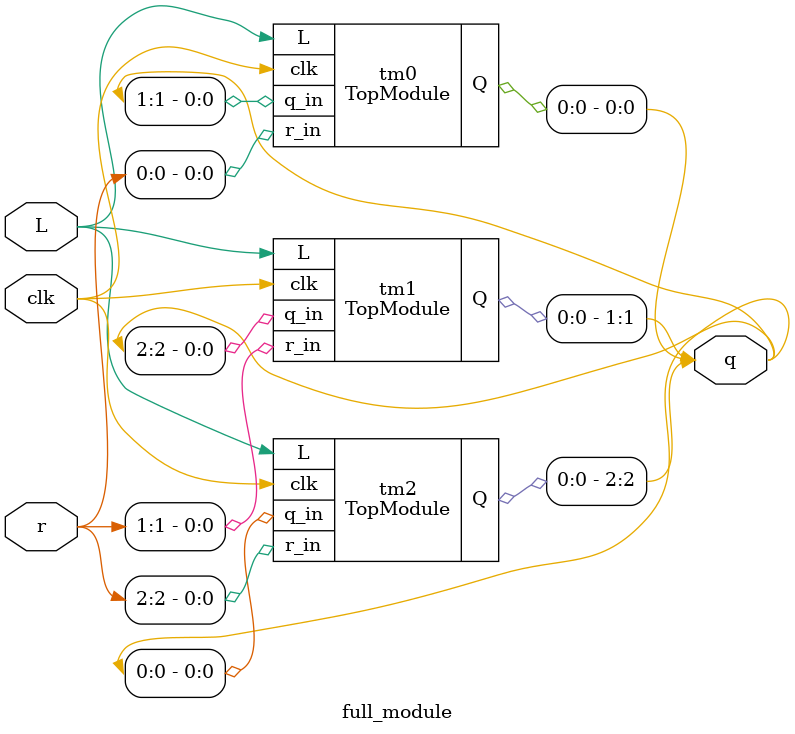
<source format=sv>
module TopModule (
  input clk,
  input L,
  input q_in,
  input r_in,
  output reg Q
);

reg q_int;

always @(posedge clk) begin
  if (L) begin
    Q <= r_in;
  end else begin
    Q <= q_in ^ q_int;
  end
end

assign q_int = Q;

endmodule

module full_module (
    input [2:0] r,
    input L,
    input clk,
    output reg [2:0] q
);

TopModule tm0 (
  .clk(clk),
  .L(L),
  .q_in(q[1]),
  .r_in(r[0]),
  .Q(q[0])
);

TopModule tm1 (
  .clk(clk),
  .L(L),
  .q_in(q[2]),
  .r_in(r[1]),
  .Q(q[1])
);

TopModule tm2 (
  .clk(clk),
  .L(L),
  .q_in(q[0]),
  .r_in(r[2]),
  .Q(q[2])
);

endmodule
/*Status: Error compiling testbench

Fail Messages:The testbench failed to compile. Please fix the module. The output of iverilog is as follows:
./execute_environment/testbench.sv:128: syntax error
I give up.

*/
/*
Missing Details of Long Context 
*/
</source>
